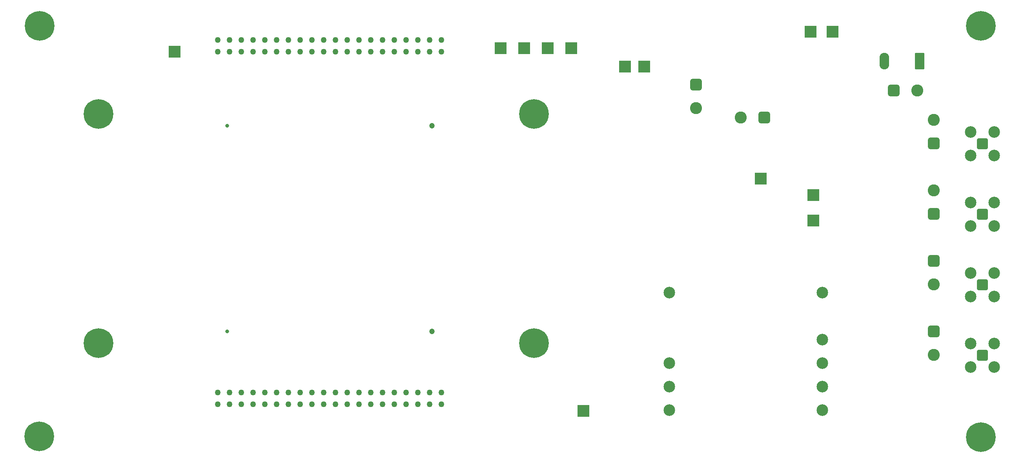
<source format=gbr>
%TF.GenerationSoftware,KiCad,Pcbnew,9.0.0*%
%TF.CreationDate,2025-03-06T02:34:32-05:00*%
%TF.ProjectId,22257_DevBoard,32323235-375f-4446-9576-426f6172642e,rev?*%
%TF.SameCoordinates,Original*%
%TF.FileFunction,Soldermask,Bot*%
%TF.FilePolarity,Negative*%
%FSLAX46Y46*%
G04 Gerber Fmt 4.6, Leading zero omitted, Abs format (unit mm)*
G04 Created by KiCad (PCBNEW 9.0.0) date 2025-03-06 02:34:32*
%MOMM*%
%LPD*%
G01*
G04 APERTURE LIST*
G04 Aperture macros list*
%AMRoundRect*
0 Rectangle with rounded corners*
0 $1 Rounding radius*
0 $2 $3 $4 $5 $6 $7 $8 $9 X,Y pos of 4 corners*
0 Add a 4 corners polygon primitive as box body*
4,1,4,$2,$3,$4,$5,$6,$7,$8,$9,$2,$3,0*
0 Add four circle primitives for the rounded corners*
1,1,$1+$1,$2,$3*
1,1,$1+$1,$4,$5*
1,1,$1+$1,$6,$7*
1,1,$1+$1,$8,$9*
0 Add four rect primitives between the rounded corners*
20,1,$1+$1,$2,$3,$4,$5,0*
20,1,$1+$1,$4,$5,$6,$7,0*
20,1,$1+$1,$6,$7,$8,$9,0*
20,1,$1+$1,$8,$9,$2,$3,0*%
G04 Aperture macros list end*
%ADD10RoundRect,0.650000X-0.650000X0.650000X-0.650000X-0.650000X0.650000X-0.650000X0.650000X0.650000X0*%
%ADD11C,2.600000*%
%ADD12C,6.400000*%
%ADD13R,2.500000X2.500000*%
%ADD14C,1.270000*%
%ADD15RoundRect,0.200100X-0.949900X0.949900X-0.949900X-0.949900X0.949900X-0.949900X0.949900X0.949900X0*%
%ADD16C,2.500000*%
%ADD17RoundRect,0.650000X0.650000X0.650000X-0.650000X0.650000X-0.650000X-0.650000X0.650000X-0.650000X0*%
%ADD18RoundRect,0.250001X0.799999X1.549999X-0.799999X1.549999X-0.799999X-1.549999X0.799999X-1.549999X0*%
%ADD19O,2.100000X3.600000*%
%ADD20RoundRect,0.650000X-0.650000X-0.650000X0.650000X-0.650000X0.650000X0.650000X-0.650000X0.650000X0*%
%ADD21C,0.800000*%
%ADD22C,1.200000*%
%ADD23RoundRect,0.650000X0.650000X-0.650000X0.650000X0.650000X-0.650000X0.650000X-0.650000X-0.650000X0*%
G04 APERTURE END LIST*
D10*
%TO.C,TP4*%
X193040000Y-50800000D03*
D11*
X193040000Y-55880000D03*
%TD*%
D10*
%TO.C,TP9*%
X141732000Y-12700000D03*
D11*
X141732000Y-17780000D03*
%TD*%
D12*
%TO.C,H8*%
X106780700Y-68580000D03*
%TD*%
D13*
%TO.C,TP16*%
X166468600Y-1245000D03*
%TD*%
%TO.C,TP19*%
X171199800Y-1241600D03*
%TD*%
D12*
%TO.C,H10*%
X12800700Y-19050000D03*
%TD*%
%TO.C,H1*%
X100000Y0D03*
%TD*%
%TO.C,H9*%
X106780700Y-19050000D03*
%TD*%
D14*
%TO.C,J2*%
X38536828Y-5575201D03*
X38536828Y-3035201D03*
X41076828Y-5575201D03*
X41076828Y-3035201D03*
X43616828Y-5575201D03*
X43616828Y-3035201D03*
X46156828Y-5575201D03*
X46156828Y-3035201D03*
X48696828Y-5575201D03*
X48696828Y-3035201D03*
X51236828Y-5575201D03*
X51236828Y-3035201D03*
X53776828Y-5575201D03*
X53776828Y-3035201D03*
X56316828Y-5575201D03*
X56316828Y-3035201D03*
X58856828Y-5575201D03*
X58856828Y-3035201D03*
X61396828Y-5575201D03*
X61396828Y-3035201D03*
X63936828Y-5575201D03*
X63936828Y-3035201D03*
X66476828Y-5575201D03*
X66476828Y-3035201D03*
X69016828Y-5575201D03*
X69016828Y-3035201D03*
X71556828Y-5575201D03*
X71556828Y-3035201D03*
X74096828Y-5575201D03*
X74096828Y-3035201D03*
X76636828Y-5575201D03*
X76636828Y-3035201D03*
X79176828Y-5575201D03*
X79176828Y-3035201D03*
X81716828Y-5575201D03*
X81716828Y-3035201D03*
X84256828Y-5575201D03*
X84256828Y-3035201D03*
X86796828Y-5575201D03*
X86796828Y-3035201D03*
%TD*%
D10*
%TO.C,TP5*%
X193040000Y-66040000D03*
D11*
X193040000Y-71120000D03*
%TD*%
D13*
%TO.C,TP18*%
X126390800Y-8785978D03*
%TD*%
%TO.C,TP14*%
X99574913Y-4822528D03*
%TD*%
%TO.C,TP11*%
X155699000Y-33017000D03*
%TD*%
%TO.C,TP15*%
X130553000Y-8810800D03*
%TD*%
%TO.C,TP20*%
X167059600Y-42062800D03*
%TD*%
D12*
%TO.C,H2*%
X0Y-88750000D03*
%TD*%
D15*
%TO.C,J5*%
X203515600Y-40690800D03*
D16*
X206055600Y-38150800D03*
X200975600Y-38150800D03*
X206055600Y-43230800D03*
X200975600Y-43230800D03*
%TD*%
D14*
%TO.C,J1*%
X86792588Y-79232316D03*
X86792588Y-81772316D03*
X84252588Y-79232316D03*
X84252588Y-81772316D03*
X81712588Y-79232316D03*
X81712588Y-81772316D03*
X79172588Y-79232316D03*
X79172588Y-81772316D03*
X76632588Y-79232316D03*
X76632588Y-81772316D03*
X74092588Y-79232316D03*
X74092588Y-81772316D03*
X71552588Y-79232316D03*
X71552588Y-81772316D03*
X69012588Y-79232316D03*
X69012588Y-81772316D03*
X66472588Y-79232316D03*
X66472588Y-81772316D03*
X63932588Y-79232316D03*
X63932588Y-81772316D03*
X61392588Y-79232316D03*
X61392588Y-81772316D03*
X58852588Y-79232316D03*
X58852588Y-81772316D03*
X56312588Y-79232316D03*
X56312588Y-81772316D03*
X53772588Y-79232316D03*
X53772588Y-81772316D03*
X51232588Y-79232316D03*
X51232588Y-81772316D03*
X48692588Y-79232316D03*
X48692588Y-81772316D03*
X46152588Y-79232316D03*
X46152588Y-81772316D03*
X43612588Y-79232316D03*
X43612588Y-81772316D03*
X41072588Y-79232316D03*
X41072588Y-81772316D03*
X38532588Y-79232316D03*
X38532588Y-81772316D03*
%TD*%
D16*
%TO.C,U1*%
X135969000Y-57658000D03*
X135969000Y-72898000D03*
X135969000Y-77978000D03*
X135969000Y-83058000D03*
X168969000Y-83058000D03*
X168969000Y-77978000D03*
X168969000Y-72898000D03*
X168969000Y-67818000D03*
X168969000Y-57658000D03*
%TD*%
D15*
%TO.C,J6*%
X203515600Y-55930800D03*
D16*
X206055600Y-53390800D03*
X200975600Y-53390800D03*
X206055600Y-58470800D03*
X200975600Y-58470800D03*
%TD*%
D17*
%TO.C,TP10*%
X156464000Y-19812000D03*
D11*
X151384000Y-19812000D03*
%TD*%
D13*
%TO.C,TP1*%
X104648000Y-4826000D03*
%TD*%
D15*
%TO.C,J4*%
X203515600Y-25450800D03*
D16*
X206055600Y-22910800D03*
X200975600Y-22910800D03*
X206055600Y-27990800D03*
X200975600Y-27990800D03*
%TD*%
D15*
%TO.C,J7*%
X203515600Y-71170800D03*
D16*
X206055600Y-68630800D03*
X200975600Y-68630800D03*
X206055600Y-73710800D03*
X200975600Y-73710800D03*
%TD*%
D13*
%TO.C,TP3*%
X114808000Y-4826000D03*
%TD*%
D18*
%TO.C,J3*%
X189992000Y-7587500D03*
D19*
X182372000Y-7587500D03*
%TD*%
D20*
%TO.C,TP8*%
X184404000Y-13970000D03*
D11*
X189484000Y-13970000D03*
%TD*%
D21*
%TO.C,JX1*%
X40573448Y-66038141D03*
D22*
X84773448Y-66038141D03*
%TD*%
D12*
%TO.C,H11*%
X12800700Y-68580000D03*
%TD*%
D23*
%TO.C,TP7*%
X193040000Y-40640000D03*
D11*
X193040000Y-35560000D03*
%TD*%
D21*
%TO.C,JX2*%
X40573448Y-21588141D03*
D22*
X84773448Y-21588141D03*
%TD*%
D13*
%TO.C,TP12*%
X117449600Y-83210400D03*
%TD*%
%TO.C,TP2*%
X109728000Y-4826000D03*
%TD*%
D12*
%TO.C,H3*%
X203200000Y0D03*
%TD*%
D13*
%TO.C,TP17*%
X167056200Y-36598400D03*
%TD*%
D23*
%TO.C,TP6*%
X193040000Y-25400000D03*
D11*
X193040000Y-20320000D03*
%TD*%
D12*
%TO.C,H4*%
X203200000Y-88900000D03*
%TD*%
D13*
%TO.C,TP13*%
X29207000Y-5541000D03*
%TD*%
M02*

</source>
